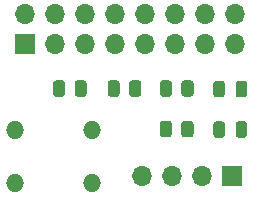
<source format=gts>
G04 #@! TF.GenerationSoftware,KiCad,Pcbnew,(5.1.9)-1*
G04 #@! TF.CreationDate,2021-01-19T23:29:13-08:00*
G04 #@! TF.ProjectId,RPI_FS_HAT_REV1,5250495f-4653-45f4-9841-545f52455631,1*
G04 #@! TF.SameCoordinates,Original*
G04 #@! TF.FileFunction,Soldermask,Top*
G04 #@! TF.FilePolarity,Negative*
%FSLAX46Y46*%
G04 Gerber Fmt 4.6, Leading zero omitted, Abs format (unit mm)*
G04 Created by KiCad (PCBNEW (5.1.9)-1) date 2021-01-19 23:29:13*
%MOMM*%
%LPD*%
G01*
G04 APERTURE LIST*
%ADD10O,1.700000X1.700000*%
%ADD11R,1.700000X1.700000*%
%ADD12O,1.524000X1.524000*%
G04 APERTURE END LIST*
D10*
G04 #@! TO.C,J1*
X161290000Y-111760000D03*
X161290000Y-114300000D03*
X158750000Y-111760000D03*
X158750000Y-114300000D03*
X156210000Y-111760000D03*
X156210000Y-114300000D03*
X153670000Y-111760000D03*
X153670000Y-114300000D03*
X151130000Y-111760000D03*
X151130000Y-114300000D03*
X148590000Y-111760000D03*
X148590000Y-114300000D03*
X146050000Y-111760000D03*
X146050000Y-114300000D03*
X143510000Y-111760000D03*
D11*
X143510000Y-114300000D03*
G04 #@! TD*
G04 #@! TO.C,D1*
G36*
G01*
X162297000Y-117653750D02*
X162297000Y-118566250D01*
G75*
G02*
X162053250Y-118810000I-243750J0D01*
G01*
X161565750Y-118810000D01*
G75*
G02*
X161322000Y-118566250I0J243750D01*
G01*
X161322000Y-117653750D01*
G75*
G02*
X161565750Y-117410000I243750J0D01*
G01*
X162053250Y-117410000D01*
G75*
G02*
X162297000Y-117653750I0J-243750D01*
G01*
G37*
G36*
G01*
X160422000Y-117653750D02*
X160422000Y-118566250D01*
G75*
G02*
X160178250Y-118810000I-243750J0D01*
G01*
X159690750Y-118810000D01*
G75*
G02*
X159447000Y-118566250I0J243750D01*
G01*
X159447000Y-117653750D01*
G75*
G02*
X159690750Y-117410000I243750J0D01*
G01*
X160178250Y-117410000D01*
G75*
G02*
X160422000Y-117653750I0J-243750D01*
G01*
G37*
G04 #@! TD*
G04 #@! TO.C,D2*
G36*
G01*
X160422000Y-121082750D02*
X160422000Y-121995250D01*
G75*
G02*
X160178250Y-122239000I-243750J0D01*
G01*
X159690750Y-122239000D01*
G75*
G02*
X159447000Y-121995250I0J243750D01*
G01*
X159447000Y-121082750D01*
G75*
G02*
X159690750Y-120839000I243750J0D01*
G01*
X160178250Y-120839000D01*
G75*
G02*
X160422000Y-121082750I0J-243750D01*
G01*
G37*
G36*
G01*
X162297000Y-121082750D02*
X162297000Y-121995250D01*
G75*
G02*
X162053250Y-122239000I-243750J0D01*
G01*
X161565750Y-122239000D01*
G75*
G02*
X161322000Y-121995250I0J243750D01*
G01*
X161322000Y-121082750D01*
G75*
G02*
X161565750Y-120839000I243750J0D01*
G01*
X162053250Y-120839000D01*
G75*
G02*
X162297000Y-121082750I0J-243750D01*
G01*
G37*
G04 #@! TD*
G04 #@! TO.C,R1*
G36*
G01*
X147696500Y-118515001D02*
X147696500Y-117614999D01*
G75*
G02*
X147946499Y-117365000I249999J0D01*
G01*
X148471501Y-117365000D01*
G75*
G02*
X148721500Y-117614999I0J-249999D01*
G01*
X148721500Y-118515001D01*
G75*
G02*
X148471501Y-118765000I-249999J0D01*
G01*
X147946499Y-118765000D01*
G75*
G02*
X147696500Y-118515001I0J249999D01*
G01*
G37*
G36*
G01*
X145871500Y-118515001D02*
X145871500Y-117614999D01*
G75*
G02*
X146121499Y-117365000I249999J0D01*
G01*
X146646501Y-117365000D01*
G75*
G02*
X146896500Y-117614999I0J-249999D01*
G01*
X146896500Y-118515001D01*
G75*
G02*
X146646501Y-118765000I-249999J0D01*
G01*
X146121499Y-118765000D01*
G75*
G02*
X145871500Y-118515001I0J249999D01*
G01*
G37*
G04 #@! TD*
G04 #@! TO.C,R2*
G36*
G01*
X153340500Y-117614999D02*
X153340500Y-118515001D01*
G75*
G02*
X153090501Y-118765000I-249999J0D01*
G01*
X152565499Y-118765000D01*
G75*
G02*
X152315500Y-118515001I0J249999D01*
G01*
X152315500Y-117614999D01*
G75*
G02*
X152565499Y-117365000I249999J0D01*
G01*
X153090501Y-117365000D01*
G75*
G02*
X153340500Y-117614999I0J-249999D01*
G01*
G37*
G36*
G01*
X151515500Y-117614999D02*
X151515500Y-118515001D01*
G75*
G02*
X151265501Y-118765000I-249999J0D01*
G01*
X150740499Y-118765000D01*
G75*
G02*
X150490500Y-118515001I0J249999D01*
G01*
X150490500Y-117614999D01*
G75*
G02*
X150740499Y-117365000I249999J0D01*
G01*
X151265501Y-117365000D01*
G75*
G02*
X151515500Y-117614999I0J-249999D01*
G01*
G37*
G04 #@! TD*
G04 #@! TO.C,R3*
G36*
G01*
X156737000Y-118515001D02*
X156737000Y-117614999D01*
G75*
G02*
X156986999Y-117365000I249999J0D01*
G01*
X157512001Y-117365000D01*
G75*
G02*
X157762000Y-117614999I0J-249999D01*
G01*
X157762000Y-118515001D01*
G75*
G02*
X157512001Y-118765000I-249999J0D01*
G01*
X156986999Y-118765000D01*
G75*
G02*
X156737000Y-118515001I0J249999D01*
G01*
G37*
G36*
G01*
X154912000Y-118515001D02*
X154912000Y-117614999D01*
G75*
G02*
X155161999Y-117365000I249999J0D01*
G01*
X155687001Y-117365000D01*
G75*
G02*
X155937000Y-117614999I0J-249999D01*
G01*
X155937000Y-118515001D01*
G75*
G02*
X155687001Y-118765000I-249999J0D01*
G01*
X155161999Y-118765000D01*
G75*
G02*
X154912000Y-118515001I0J249999D01*
G01*
G37*
G04 #@! TD*
G04 #@! TO.C,R4*
G36*
G01*
X156737000Y-121944001D02*
X156737000Y-121043999D01*
G75*
G02*
X156986999Y-120794000I249999J0D01*
G01*
X157512001Y-120794000D01*
G75*
G02*
X157762000Y-121043999I0J-249999D01*
G01*
X157762000Y-121944001D01*
G75*
G02*
X157512001Y-122194000I-249999J0D01*
G01*
X156986999Y-122194000D01*
G75*
G02*
X156737000Y-121944001I0J249999D01*
G01*
G37*
G36*
G01*
X154912000Y-121944001D02*
X154912000Y-121043999D01*
G75*
G02*
X155161999Y-120794000I249999J0D01*
G01*
X155687001Y-120794000D01*
G75*
G02*
X155937000Y-121043999I0J-249999D01*
G01*
X155937000Y-121944001D01*
G75*
G02*
X155687001Y-122194000I-249999J0D01*
G01*
X155161999Y-122194000D01*
G75*
G02*
X154912000Y-121944001I0J249999D01*
G01*
G37*
G04 #@! TD*
D12*
G04 #@! TO.C,SW1*
X149174200Y-126085600D03*
X142671800Y-126085600D03*
X149174200Y-121564400D03*
X142671800Y-121564400D03*
G04 #@! TD*
D11*
G04 #@! TO.C,U1*
X161036000Y-125476000D03*
D10*
X158496000Y-125476000D03*
X155956000Y-125476000D03*
X153416000Y-125476000D03*
G04 #@! TD*
M02*

</source>
